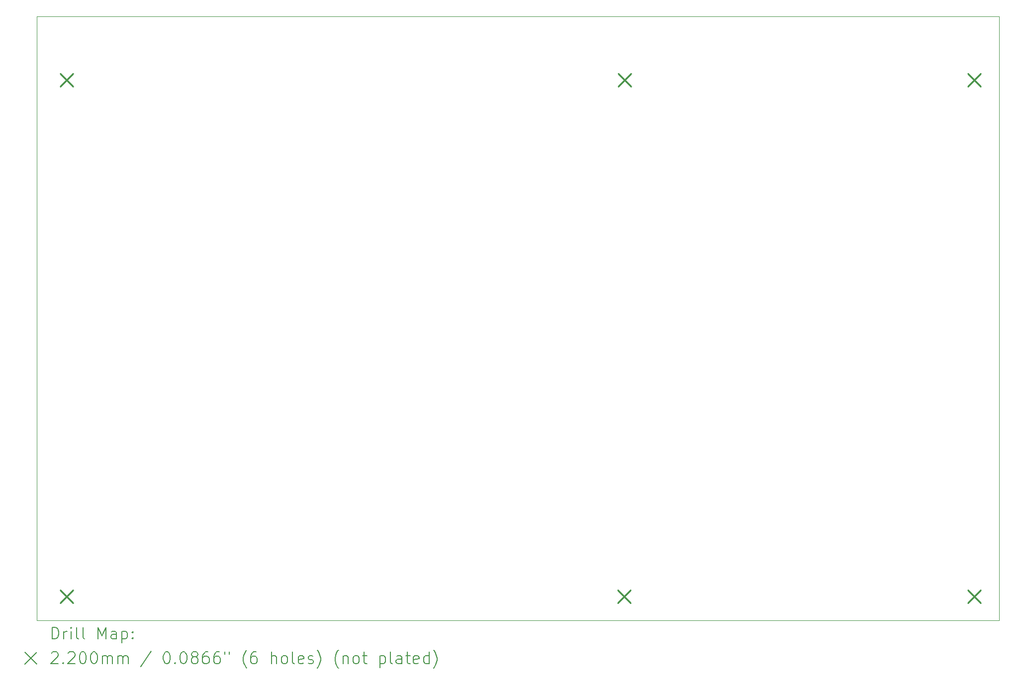
<source format=gbr>
%TF.GenerationSoftware,KiCad,Pcbnew,7.0.9*%
%TF.CreationDate,2024-10-14T21:49:45+02:00*%
%TF.ProjectId,unister,756e6973-7465-4722-9e6b-696361645f70,rev?*%
%TF.SameCoordinates,Original*%
%TF.FileFunction,Drillmap*%
%TF.FilePolarity,Positive*%
%FSLAX45Y45*%
G04 Gerber Fmt 4.5, Leading zero omitted, Abs format (unit mm)*
G04 Created by KiCad (PCBNEW 7.0.9) date 2024-10-14 21:49:45*
%MOMM*%
%LPD*%
G01*
G04 APERTURE LIST*
%ADD10C,0.100000*%
%ADD11C,0.200000*%
%ADD12C,0.220000*%
G04 APERTURE END LIST*
D10*
X6096000Y-4318000D02*
X22479000Y-4318000D01*
X22479000Y-14605000D01*
X6096000Y-14605000D01*
X6096000Y-4318000D01*
D11*
D12*
X6490000Y-5290000D02*
X6710000Y-5510000D01*
X6710000Y-5290000D02*
X6490000Y-5510000D01*
X6490000Y-14090000D02*
X6710000Y-14310000D01*
X6710000Y-14090000D02*
X6490000Y-14310000D01*
X15980000Y-14090000D02*
X16200000Y-14310000D01*
X16200000Y-14090000D02*
X15980000Y-14310000D01*
X15990000Y-5290000D02*
X16210000Y-5510000D01*
X16210000Y-5290000D02*
X15990000Y-5510000D01*
X21940000Y-5290000D02*
X22160000Y-5510000D01*
X22160000Y-5290000D02*
X21940000Y-5510000D01*
X21940000Y-14090000D02*
X22160000Y-14310000D01*
X22160000Y-14090000D02*
X21940000Y-14310000D01*
D11*
X6351777Y-14921484D02*
X6351777Y-14721484D01*
X6351777Y-14721484D02*
X6399396Y-14721484D01*
X6399396Y-14721484D02*
X6427967Y-14731008D01*
X6427967Y-14731008D02*
X6447015Y-14750055D01*
X6447015Y-14750055D02*
X6456539Y-14769103D01*
X6456539Y-14769103D02*
X6466062Y-14807198D01*
X6466062Y-14807198D02*
X6466062Y-14835769D01*
X6466062Y-14835769D02*
X6456539Y-14873865D01*
X6456539Y-14873865D02*
X6447015Y-14892912D01*
X6447015Y-14892912D02*
X6427967Y-14911960D01*
X6427967Y-14911960D02*
X6399396Y-14921484D01*
X6399396Y-14921484D02*
X6351777Y-14921484D01*
X6551777Y-14921484D02*
X6551777Y-14788150D01*
X6551777Y-14826246D02*
X6561301Y-14807198D01*
X6561301Y-14807198D02*
X6570824Y-14797674D01*
X6570824Y-14797674D02*
X6589872Y-14788150D01*
X6589872Y-14788150D02*
X6608920Y-14788150D01*
X6675586Y-14921484D02*
X6675586Y-14788150D01*
X6675586Y-14721484D02*
X6666062Y-14731008D01*
X6666062Y-14731008D02*
X6675586Y-14740531D01*
X6675586Y-14740531D02*
X6685110Y-14731008D01*
X6685110Y-14731008D02*
X6675586Y-14721484D01*
X6675586Y-14721484D02*
X6675586Y-14740531D01*
X6799396Y-14921484D02*
X6780348Y-14911960D01*
X6780348Y-14911960D02*
X6770824Y-14892912D01*
X6770824Y-14892912D02*
X6770824Y-14721484D01*
X6904158Y-14921484D02*
X6885110Y-14911960D01*
X6885110Y-14911960D02*
X6875586Y-14892912D01*
X6875586Y-14892912D02*
X6875586Y-14721484D01*
X7132729Y-14921484D02*
X7132729Y-14721484D01*
X7132729Y-14721484D02*
X7199396Y-14864341D01*
X7199396Y-14864341D02*
X7266062Y-14721484D01*
X7266062Y-14721484D02*
X7266062Y-14921484D01*
X7447015Y-14921484D02*
X7447015Y-14816722D01*
X7447015Y-14816722D02*
X7437491Y-14797674D01*
X7437491Y-14797674D02*
X7418443Y-14788150D01*
X7418443Y-14788150D02*
X7380348Y-14788150D01*
X7380348Y-14788150D02*
X7361301Y-14797674D01*
X7447015Y-14911960D02*
X7427967Y-14921484D01*
X7427967Y-14921484D02*
X7380348Y-14921484D01*
X7380348Y-14921484D02*
X7361301Y-14911960D01*
X7361301Y-14911960D02*
X7351777Y-14892912D01*
X7351777Y-14892912D02*
X7351777Y-14873865D01*
X7351777Y-14873865D02*
X7361301Y-14854817D01*
X7361301Y-14854817D02*
X7380348Y-14845293D01*
X7380348Y-14845293D02*
X7427967Y-14845293D01*
X7427967Y-14845293D02*
X7447015Y-14835769D01*
X7542253Y-14788150D02*
X7542253Y-14988150D01*
X7542253Y-14797674D02*
X7561301Y-14788150D01*
X7561301Y-14788150D02*
X7599396Y-14788150D01*
X7599396Y-14788150D02*
X7618443Y-14797674D01*
X7618443Y-14797674D02*
X7627967Y-14807198D01*
X7627967Y-14807198D02*
X7637491Y-14826246D01*
X7637491Y-14826246D02*
X7637491Y-14883388D01*
X7637491Y-14883388D02*
X7627967Y-14902436D01*
X7627967Y-14902436D02*
X7618443Y-14911960D01*
X7618443Y-14911960D02*
X7599396Y-14921484D01*
X7599396Y-14921484D02*
X7561301Y-14921484D01*
X7561301Y-14921484D02*
X7542253Y-14911960D01*
X7723205Y-14902436D02*
X7732729Y-14911960D01*
X7732729Y-14911960D02*
X7723205Y-14921484D01*
X7723205Y-14921484D02*
X7713682Y-14911960D01*
X7713682Y-14911960D02*
X7723205Y-14902436D01*
X7723205Y-14902436D02*
X7723205Y-14921484D01*
X7723205Y-14797674D02*
X7732729Y-14807198D01*
X7732729Y-14807198D02*
X7723205Y-14816722D01*
X7723205Y-14816722D02*
X7713682Y-14807198D01*
X7713682Y-14807198D02*
X7723205Y-14797674D01*
X7723205Y-14797674D02*
X7723205Y-14816722D01*
X5891000Y-15150000D02*
X6091000Y-15350000D01*
X6091000Y-15150000D02*
X5891000Y-15350000D01*
X6342253Y-15160531D02*
X6351777Y-15151008D01*
X6351777Y-15151008D02*
X6370824Y-15141484D01*
X6370824Y-15141484D02*
X6418443Y-15141484D01*
X6418443Y-15141484D02*
X6437491Y-15151008D01*
X6437491Y-15151008D02*
X6447015Y-15160531D01*
X6447015Y-15160531D02*
X6456539Y-15179579D01*
X6456539Y-15179579D02*
X6456539Y-15198627D01*
X6456539Y-15198627D02*
X6447015Y-15227198D01*
X6447015Y-15227198D02*
X6332729Y-15341484D01*
X6332729Y-15341484D02*
X6456539Y-15341484D01*
X6542253Y-15322436D02*
X6551777Y-15331960D01*
X6551777Y-15331960D02*
X6542253Y-15341484D01*
X6542253Y-15341484D02*
X6532729Y-15331960D01*
X6532729Y-15331960D02*
X6542253Y-15322436D01*
X6542253Y-15322436D02*
X6542253Y-15341484D01*
X6627967Y-15160531D02*
X6637491Y-15151008D01*
X6637491Y-15151008D02*
X6656539Y-15141484D01*
X6656539Y-15141484D02*
X6704158Y-15141484D01*
X6704158Y-15141484D02*
X6723205Y-15151008D01*
X6723205Y-15151008D02*
X6732729Y-15160531D01*
X6732729Y-15160531D02*
X6742253Y-15179579D01*
X6742253Y-15179579D02*
X6742253Y-15198627D01*
X6742253Y-15198627D02*
X6732729Y-15227198D01*
X6732729Y-15227198D02*
X6618443Y-15341484D01*
X6618443Y-15341484D02*
X6742253Y-15341484D01*
X6866062Y-15141484D02*
X6885110Y-15141484D01*
X6885110Y-15141484D02*
X6904158Y-15151008D01*
X6904158Y-15151008D02*
X6913682Y-15160531D01*
X6913682Y-15160531D02*
X6923205Y-15179579D01*
X6923205Y-15179579D02*
X6932729Y-15217674D01*
X6932729Y-15217674D02*
X6932729Y-15265293D01*
X6932729Y-15265293D02*
X6923205Y-15303388D01*
X6923205Y-15303388D02*
X6913682Y-15322436D01*
X6913682Y-15322436D02*
X6904158Y-15331960D01*
X6904158Y-15331960D02*
X6885110Y-15341484D01*
X6885110Y-15341484D02*
X6866062Y-15341484D01*
X6866062Y-15341484D02*
X6847015Y-15331960D01*
X6847015Y-15331960D02*
X6837491Y-15322436D01*
X6837491Y-15322436D02*
X6827967Y-15303388D01*
X6827967Y-15303388D02*
X6818443Y-15265293D01*
X6818443Y-15265293D02*
X6818443Y-15217674D01*
X6818443Y-15217674D02*
X6827967Y-15179579D01*
X6827967Y-15179579D02*
X6837491Y-15160531D01*
X6837491Y-15160531D02*
X6847015Y-15151008D01*
X6847015Y-15151008D02*
X6866062Y-15141484D01*
X7056539Y-15141484D02*
X7075586Y-15141484D01*
X7075586Y-15141484D02*
X7094634Y-15151008D01*
X7094634Y-15151008D02*
X7104158Y-15160531D01*
X7104158Y-15160531D02*
X7113682Y-15179579D01*
X7113682Y-15179579D02*
X7123205Y-15217674D01*
X7123205Y-15217674D02*
X7123205Y-15265293D01*
X7123205Y-15265293D02*
X7113682Y-15303388D01*
X7113682Y-15303388D02*
X7104158Y-15322436D01*
X7104158Y-15322436D02*
X7094634Y-15331960D01*
X7094634Y-15331960D02*
X7075586Y-15341484D01*
X7075586Y-15341484D02*
X7056539Y-15341484D01*
X7056539Y-15341484D02*
X7037491Y-15331960D01*
X7037491Y-15331960D02*
X7027967Y-15322436D01*
X7027967Y-15322436D02*
X7018443Y-15303388D01*
X7018443Y-15303388D02*
X7008920Y-15265293D01*
X7008920Y-15265293D02*
X7008920Y-15217674D01*
X7008920Y-15217674D02*
X7018443Y-15179579D01*
X7018443Y-15179579D02*
X7027967Y-15160531D01*
X7027967Y-15160531D02*
X7037491Y-15151008D01*
X7037491Y-15151008D02*
X7056539Y-15141484D01*
X7208920Y-15341484D02*
X7208920Y-15208150D01*
X7208920Y-15227198D02*
X7218443Y-15217674D01*
X7218443Y-15217674D02*
X7237491Y-15208150D01*
X7237491Y-15208150D02*
X7266063Y-15208150D01*
X7266063Y-15208150D02*
X7285110Y-15217674D01*
X7285110Y-15217674D02*
X7294634Y-15236722D01*
X7294634Y-15236722D02*
X7294634Y-15341484D01*
X7294634Y-15236722D02*
X7304158Y-15217674D01*
X7304158Y-15217674D02*
X7323205Y-15208150D01*
X7323205Y-15208150D02*
X7351777Y-15208150D01*
X7351777Y-15208150D02*
X7370824Y-15217674D01*
X7370824Y-15217674D02*
X7380348Y-15236722D01*
X7380348Y-15236722D02*
X7380348Y-15341484D01*
X7475586Y-15341484D02*
X7475586Y-15208150D01*
X7475586Y-15227198D02*
X7485110Y-15217674D01*
X7485110Y-15217674D02*
X7504158Y-15208150D01*
X7504158Y-15208150D02*
X7532729Y-15208150D01*
X7532729Y-15208150D02*
X7551777Y-15217674D01*
X7551777Y-15217674D02*
X7561301Y-15236722D01*
X7561301Y-15236722D02*
X7561301Y-15341484D01*
X7561301Y-15236722D02*
X7570824Y-15217674D01*
X7570824Y-15217674D02*
X7589872Y-15208150D01*
X7589872Y-15208150D02*
X7618443Y-15208150D01*
X7618443Y-15208150D02*
X7637491Y-15217674D01*
X7637491Y-15217674D02*
X7647015Y-15236722D01*
X7647015Y-15236722D02*
X7647015Y-15341484D01*
X8037491Y-15131960D02*
X7866063Y-15389103D01*
X8294634Y-15141484D02*
X8313682Y-15141484D01*
X8313682Y-15141484D02*
X8332729Y-15151008D01*
X8332729Y-15151008D02*
X8342253Y-15160531D01*
X8342253Y-15160531D02*
X8351777Y-15179579D01*
X8351777Y-15179579D02*
X8361301Y-15217674D01*
X8361301Y-15217674D02*
X8361301Y-15265293D01*
X8361301Y-15265293D02*
X8351777Y-15303388D01*
X8351777Y-15303388D02*
X8342253Y-15322436D01*
X8342253Y-15322436D02*
X8332729Y-15331960D01*
X8332729Y-15331960D02*
X8313682Y-15341484D01*
X8313682Y-15341484D02*
X8294634Y-15341484D01*
X8294634Y-15341484D02*
X8275586Y-15331960D01*
X8275586Y-15331960D02*
X8266063Y-15322436D01*
X8266063Y-15322436D02*
X8256539Y-15303388D01*
X8256539Y-15303388D02*
X8247015Y-15265293D01*
X8247015Y-15265293D02*
X8247015Y-15217674D01*
X8247015Y-15217674D02*
X8256539Y-15179579D01*
X8256539Y-15179579D02*
X8266063Y-15160531D01*
X8266063Y-15160531D02*
X8275586Y-15151008D01*
X8275586Y-15151008D02*
X8294634Y-15141484D01*
X8447015Y-15322436D02*
X8456539Y-15331960D01*
X8456539Y-15331960D02*
X8447015Y-15341484D01*
X8447015Y-15341484D02*
X8437491Y-15331960D01*
X8437491Y-15331960D02*
X8447015Y-15322436D01*
X8447015Y-15322436D02*
X8447015Y-15341484D01*
X8580348Y-15141484D02*
X8599396Y-15141484D01*
X8599396Y-15141484D02*
X8618444Y-15151008D01*
X8618444Y-15151008D02*
X8627968Y-15160531D01*
X8627968Y-15160531D02*
X8637491Y-15179579D01*
X8637491Y-15179579D02*
X8647015Y-15217674D01*
X8647015Y-15217674D02*
X8647015Y-15265293D01*
X8647015Y-15265293D02*
X8637491Y-15303388D01*
X8637491Y-15303388D02*
X8627968Y-15322436D01*
X8627968Y-15322436D02*
X8618444Y-15331960D01*
X8618444Y-15331960D02*
X8599396Y-15341484D01*
X8599396Y-15341484D02*
X8580348Y-15341484D01*
X8580348Y-15341484D02*
X8561301Y-15331960D01*
X8561301Y-15331960D02*
X8551777Y-15322436D01*
X8551777Y-15322436D02*
X8542253Y-15303388D01*
X8542253Y-15303388D02*
X8532729Y-15265293D01*
X8532729Y-15265293D02*
X8532729Y-15217674D01*
X8532729Y-15217674D02*
X8542253Y-15179579D01*
X8542253Y-15179579D02*
X8551777Y-15160531D01*
X8551777Y-15160531D02*
X8561301Y-15151008D01*
X8561301Y-15151008D02*
X8580348Y-15141484D01*
X8761301Y-15227198D02*
X8742253Y-15217674D01*
X8742253Y-15217674D02*
X8732729Y-15208150D01*
X8732729Y-15208150D02*
X8723206Y-15189103D01*
X8723206Y-15189103D02*
X8723206Y-15179579D01*
X8723206Y-15179579D02*
X8732729Y-15160531D01*
X8732729Y-15160531D02*
X8742253Y-15151008D01*
X8742253Y-15151008D02*
X8761301Y-15141484D01*
X8761301Y-15141484D02*
X8799396Y-15141484D01*
X8799396Y-15141484D02*
X8818444Y-15151008D01*
X8818444Y-15151008D02*
X8827968Y-15160531D01*
X8827968Y-15160531D02*
X8837491Y-15179579D01*
X8837491Y-15179579D02*
X8837491Y-15189103D01*
X8837491Y-15189103D02*
X8827968Y-15208150D01*
X8827968Y-15208150D02*
X8818444Y-15217674D01*
X8818444Y-15217674D02*
X8799396Y-15227198D01*
X8799396Y-15227198D02*
X8761301Y-15227198D01*
X8761301Y-15227198D02*
X8742253Y-15236722D01*
X8742253Y-15236722D02*
X8732729Y-15246246D01*
X8732729Y-15246246D02*
X8723206Y-15265293D01*
X8723206Y-15265293D02*
X8723206Y-15303388D01*
X8723206Y-15303388D02*
X8732729Y-15322436D01*
X8732729Y-15322436D02*
X8742253Y-15331960D01*
X8742253Y-15331960D02*
X8761301Y-15341484D01*
X8761301Y-15341484D02*
X8799396Y-15341484D01*
X8799396Y-15341484D02*
X8818444Y-15331960D01*
X8818444Y-15331960D02*
X8827968Y-15322436D01*
X8827968Y-15322436D02*
X8837491Y-15303388D01*
X8837491Y-15303388D02*
X8837491Y-15265293D01*
X8837491Y-15265293D02*
X8827968Y-15246246D01*
X8827968Y-15246246D02*
X8818444Y-15236722D01*
X8818444Y-15236722D02*
X8799396Y-15227198D01*
X9008920Y-15141484D02*
X8970825Y-15141484D01*
X8970825Y-15141484D02*
X8951777Y-15151008D01*
X8951777Y-15151008D02*
X8942253Y-15160531D01*
X8942253Y-15160531D02*
X8923206Y-15189103D01*
X8923206Y-15189103D02*
X8913682Y-15227198D01*
X8913682Y-15227198D02*
X8913682Y-15303388D01*
X8913682Y-15303388D02*
X8923206Y-15322436D01*
X8923206Y-15322436D02*
X8932729Y-15331960D01*
X8932729Y-15331960D02*
X8951777Y-15341484D01*
X8951777Y-15341484D02*
X8989872Y-15341484D01*
X8989872Y-15341484D02*
X9008920Y-15331960D01*
X9008920Y-15331960D02*
X9018444Y-15322436D01*
X9018444Y-15322436D02*
X9027968Y-15303388D01*
X9027968Y-15303388D02*
X9027968Y-15255769D01*
X9027968Y-15255769D02*
X9018444Y-15236722D01*
X9018444Y-15236722D02*
X9008920Y-15227198D01*
X9008920Y-15227198D02*
X8989872Y-15217674D01*
X8989872Y-15217674D02*
X8951777Y-15217674D01*
X8951777Y-15217674D02*
X8932729Y-15227198D01*
X8932729Y-15227198D02*
X8923206Y-15236722D01*
X8923206Y-15236722D02*
X8913682Y-15255769D01*
X9199396Y-15141484D02*
X9161301Y-15141484D01*
X9161301Y-15141484D02*
X9142253Y-15151008D01*
X9142253Y-15151008D02*
X9132729Y-15160531D01*
X9132729Y-15160531D02*
X9113682Y-15189103D01*
X9113682Y-15189103D02*
X9104158Y-15227198D01*
X9104158Y-15227198D02*
X9104158Y-15303388D01*
X9104158Y-15303388D02*
X9113682Y-15322436D01*
X9113682Y-15322436D02*
X9123206Y-15331960D01*
X9123206Y-15331960D02*
X9142253Y-15341484D01*
X9142253Y-15341484D02*
X9180349Y-15341484D01*
X9180349Y-15341484D02*
X9199396Y-15331960D01*
X9199396Y-15331960D02*
X9208920Y-15322436D01*
X9208920Y-15322436D02*
X9218444Y-15303388D01*
X9218444Y-15303388D02*
X9218444Y-15255769D01*
X9218444Y-15255769D02*
X9208920Y-15236722D01*
X9208920Y-15236722D02*
X9199396Y-15227198D01*
X9199396Y-15227198D02*
X9180349Y-15217674D01*
X9180349Y-15217674D02*
X9142253Y-15217674D01*
X9142253Y-15217674D02*
X9123206Y-15227198D01*
X9123206Y-15227198D02*
X9113682Y-15236722D01*
X9113682Y-15236722D02*
X9104158Y-15255769D01*
X9294634Y-15141484D02*
X9294634Y-15179579D01*
X9370825Y-15141484D02*
X9370825Y-15179579D01*
X9666063Y-15417674D02*
X9656539Y-15408150D01*
X9656539Y-15408150D02*
X9637491Y-15379579D01*
X9637491Y-15379579D02*
X9627968Y-15360531D01*
X9627968Y-15360531D02*
X9618444Y-15331960D01*
X9618444Y-15331960D02*
X9608920Y-15284341D01*
X9608920Y-15284341D02*
X9608920Y-15246246D01*
X9608920Y-15246246D02*
X9618444Y-15198627D01*
X9618444Y-15198627D02*
X9627968Y-15170055D01*
X9627968Y-15170055D02*
X9637491Y-15151008D01*
X9637491Y-15151008D02*
X9656539Y-15122436D01*
X9656539Y-15122436D02*
X9666063Y-15112912D01*
X9827968Y-15141484D02*
X9789872Y-15141484D01*
X9789872Y-15141484D02*
X9770825Y-15151008D01*
X9770825Y-15151008D02*
X9761301Y-15160531D01*
X9761301Y-15160531D02*
X9742253Y-15189103D01*
X9742253Y-15189103D02*
X9732730Y-15227198D01*
X9732730Y-15227198D02*
X9732730Y-15303388D01*
X9732730Y-15303388D02*
X9742253Y-15322436D01*
X9742253Y-15322436D02*
X9751777Y-15331960D01*
X9751777Y-15331960D02*
X9770825Y-15341484D01*
X9770825Y-15341484D02*
X9808920Y-15341484D01*
X9808920Y-15341484D02*
X9827968Y-15331960D01*
X9827968Y-15331960D02*
X9837491Y-15322436D01*
X9837491Y-15322436D02*
X9847015Y-15303388D01*
X9847015Y-15303388D02*
X9847015Y-15255769D01*
X9847015Y-15255769D02*
X9837491Y-15236722D01*
X9837491Y-15236722D02*
X9827968Y-15227198D01*
X9827968Y-15227198D02*
X9808920Y-15217674D01*
X9808920Y-15217674D02*
X9770825Y-15217674D01*
X9770825Y-15217674D02*
X9751777Y-15227198D01*
X9751777Y-15227198D02*
X9742253Y-15236722D01*
X9742253Y-15236722D02*
X9732730Y-15255769D01*
X10085111Y-15341484D02*
X10085111Y-15141484D01*
X10170825Y-15341484D02*
X10170825Y-15236722D01*
X10170825Y-15236722D02*
X10161301Y-15217674D01*
X10161301Y-15217674D02*
X10142253Y-15208150D01*
X10142253Y-15208150D02*
X10113682Y-15208150D01*
X10113682Y-15208150D02*
X10094634Y-15217674D01*
X10094634Y-15217674D02*
X10085111Y-15227198D01*
X10294634Y-15341484D02*
X10275587Y-15331960D01*
X10275587Y-15331960D02*
X10266063Y-15322436D01*
X10266063Y-15322436D02*
X10256539Y-15303388D01*
X10256539Y-15303388D02*
X10256539Y-15246246D01*
X10256539Y-15246246D02*
X10266063Y-15227198D01*
X10266063Y-15227198D02*
X10275587Y-15217674D01*
X10275587Y-15217674D02*
X10294634Y-15208150D01*
X10294634Y-15208150D02*
X10323206Y-15208150D01*
X10323206Y-15208150D02*
X10342253Y-15217674D01*
X10342253Y-15217674D02*
X10351777Y-15227198D01*
X10351777Y-15227198D02*
X10361301Y-15246246D01*
X10361301Y-15246246D02*
X10361301Y-15303388D01*
X10361301Y-15303388D02*
X10351777Y-15322436D01*
X10351777Y-15322436D02*
X10342253Y-15331960D01*
X10342253Y-15331960D02*
X10323206Y-15341484D01*
X10323206Y-15341484D02*
X10294634Y-15341484D01*
X10475587Y-15341484D02*
X10456539Y-15331960D01*
X10456539Y-15331960D02*
X10447015Y-15312912D01*
X10447015Y-15312912D02*
X10447015Y-15141484D01*
X10627968Y-15331960D02*
X10608920Y-15341484D01*
X10608920Y-15341484D02*
X10570825Y-15341484D01*
X10570825Y-15341484D02*
X10551777Y-15331960D01*
X10551777Y-15331960D02*
X10542253Y-15312912D01*
X10542253Y-15312912D02*
X10542253Y-15236722D01*
X10542253Y-15236722D02*
X10551777Y-15217674D01*
X10551777Y-15217674D02*
X10570825Y-15208150D01*
X10570825Y-15208150D02*
X10608920Y-15208150D01*
X10608920Y-15208150D02*
X10627968Y-15217674D01*
X10627968Y-15217674D02*
X10637492Y-15236722D01*
X10637492Y-15236722D02*
X10637492Y-15255769D01*
X10637492Y-15255769D02*
X10542253Y-15274817D01*
X10713682Y-15331960D02*
X10732730Y-15341484D01*
X10732730Y-15341484D02*
X10770825Y-15341484D01*
X10770825Y-15341484D02*
X10789873Y-15331960D01*
X10789873Y-15331960D02*
X10799396Y-15312912D01*
X10799396Y-15312912D02*
X10799396Y-15303388D01*
X10799396Y-15303388D02*
X10789873Y-15284341D01*
X10789873Y-15284341D02*
X10770825Y-15274817D01*
X10770825Y-15274817D02*
X10742253Y-15274817D01*
X10742253Y-15274817D02*
X10723206Y-15265293D01*
X10723206Y-15265293D02*
X10713682Y-15246246D01*
X10713682Y-15246246D02*
X10713682Y-15236722D01*
X10713682Y-15236722D02*
X10723206Y-15217674D01*
X10723206Y-15217674D02*
X10742253Y-15208150D01*
X10742253Y-15208150D02*
X10770825Y-15208150D01*
X10770825Y-15208150D02*
X10789873Y-15217674D01*
X10866063Y-15417674D02*
X10875587Y-15408150D01*
X10875587Y-15408150D02*
X10894634Y-15379579D01*
X10894634Y-15379579D02*
X10904158Y-15360531D01*
X10904158Y-15360531D02*
X10913682Y-15331960D01*
X10913682Y-15331960D02*
X10923206Y-15284341D01*
X10923206Y-15284341D02*
X10923206Y-15246246D01*
X10923206Y-15246246D02*
X10913682Y-15198627D01*
X10913682Y-15198627D02*
X10904158Y-15170055D01*
X10904158Y-15170055D02*
X10894634Y-15151008D01*
X10894634Y-15151008D02*
X10875587Y-15122436D01*
X10875587Y-15122436D02*
X10866063Y-15112912D01*
X11227968Y-15417674D02*
X11218444Y-15408150D01*
X11218444Y-15408150D02*
X11199396Y-15379579D01*
X11199396Y-15379579D02*
X11189872Y-15360531D01*
X11189872Y-15360531D02*
X11180349Y-15331960D01*
X11180349Y-15331960D02*
X11170825Y-15284341D01*
X11170825Y-15284341D02*
X11170825Y-15246246D01*
X11170825Y-15246246D02*
X11180349Y-15198627D01*
X11180349Y-15198627D02*
X11189872Y-15170055D01*
X11189872Y-15170055D02*
X11199396Y-15151008D01*
X11199396Y-15151008D02*
X11218444Y-15122436D01*
X11218444Y-15122436D02*
X11227968Y-15112912D01*
X11304158Y-15208150D02*
X11304158Y-15341484D01*
X11304158Y-15227198D02*
X11313682Y-15217674D01*
X11313682Y-15217674D02*
X11332730Y-15208150D01*
X11332730Y-15208150D02*
X11361301Y-15208150D01*
X11361301Y-15208150D02*
X11380349Y-15217674D01*
X11380349Y-15217674D02*
X11389872Y-15236722D01*
X11389872Y-15236722D02*
X11389872Y-15341484D01*
X11513682Y-15341484D02*
X11494634Y-15331960D01*
X11494634Y-15331960D02*
X11485111Y-15322436D01*
X11485111Y-15322436D02*
X11475587Y-15303388D01*
X11475587Y-15303388D02*
X11475587Y-15246246D01*
X11475587Y-15246246D02*
X11485111Y-15227198D01*
X11485111Y-15227198D02*
X11494634Y-15217674D01*
X11494634Y-15217674D02*
X11513682Y-15208150D01*
X11513682Y-15208150D02*
X11542253Y-15208150D01*
X11542253Y-15208150D02*
X11561301Y-15217674D01*
X11561301Y-15217674D02*
X11570825Y-15227198D01*
X11570825Y-15227198D02*
X11580349Y-15246246D01*
X11580349Y-15246246D02*
X11580349Y-15303388D01*
X11580349Y-15303388D02*
X11570825Y-15322436D01*
X11570825Y-15322436D02*
X11561301Y-15331960D01*
X11561301Y-15331960D02*
X11542253Y-15341484D01*
X11542253Y-15341484D02*
X11513682Y-15341484D01*
X11637492Y-15208150D02*
X11713682Y-15208150D01*
X11666063Y-15141484D02*
X11666063Y-15312912D01*
X11666063Y-15312912D02*
X11675587Y-15331960D01*
X11675587Y-15331960D02*
X11694634Y-15341484D01*
X11694634Y-15341484D02*
X11713682Y-15341484D01*
X11932730Y-15208150D02*
X11932730Y-15408150D01*
X11932730Y-15217674D02*
X11951777Y-15208150D01*
X11951777Y-15208150D02*
X11989873Y-15208150D01*
X11989873Y-15208150D02*
X12008920Y-15217674D01*
X12008920Y-15217674D02*
X12018444Y-15227198D01*
X12018444Y-15227198D02*
X12027968Y-15246246D01*
X12027968Y-15246246D02*
X12027968Y-15303388D01*
X12027968Y-15303388D02*
X12018444Y-15322436D01*
X12018444Y-15322436D02*
X12008920Y-15331960D01*
X12008920Y-15331960D02*
X11989873Y-15341484D01*
X11989873Y-15341484D02*
X11951777Y-15341484D01*
X11951777Y-15341484D02*
X11932730Y-15331960D01*
X12142253Y-15341484D02*
X12123206Y-15331960D01*
X12123206Y-15331960D02*
X12113682Y-15312912D01*
X12113682Y-15312912D02*
X12113682Y-15141484D01*
X12304158Y-15341484D02*
X12304158Y-15236722D01*
X12304158Y-15236722D02*
X12294634Y-15217674D01*
X12294634Y-15217674D02*
X12275587Y-15208150D01*
X12275587Y-15208150D02*
X12237492Y-15208150D01*
X12237492Y-15208150D02*
X12218444Y-15217674D01*
X12304158Y-15331960D02*
X12285111Y-15341484D01*
X12285111Y-15341484D02*
X12237492Y-15341484D01*
X12237492Y-15341484D02*
X12218444Y-15331960D01*
X12218444Y-15331960D02*
X12208920Y-15312912D01*
X12208920Y-15312912D02*
X12208920Y-15293865D01*
X12208920Y-15293865D02*
X12218444Y-15274817D01*
X12218444Y-15274817D02*
X12237492Y-15265293D01*
X12237492Y-15265293D02*
X12285111Y-15265293D01*
X12285111Y-15265293D02*
X12304158Y-15255769D01*
X12370825Y-15208150D02*
X12447015Y-15208150D01*
X12399396Y-15141484D02*
X12399396Y-15312912D01*
X12399396Y-15312912D02*
X12408920Y-15331960D01*
X12408920Y-15331960D02*
X12427968Y-15341484D01*
X12427968Y-15341484D02*
X12447015Y-15341484D01*
X12589873Y-15331960D02*
X12570825Y-15341484D01*
X12570825Y-15341484D02*
X12532730Y-15341484D01*
X12532730Y-15341484D02*
X12513682Y-15331960D01*
X12513682Y-15331960D02*
X12504158Y-15312912D01*
X12504158Y-15312912D02*
X12504158Y-15236722D01*
X12504158Y-15236722D02*
X12513682Y-15217674D01*
X12513682Y-15217674D02*
X12532730Y-15208150D01*
X12532730Y-15208150D02*
X12570825Y-15208150D01*
X12570825Y-15208150D02*
X12589873Y-15217674D01*
X12589873Y-15217674D02*
X12599396Y-15236722D01*
X12599396Y-15236722D02*
X12599396Y-15255769D01*
X12599396Y-15255769D02*
X12504158Y-15274817D01*
X12770825Y-15341484D02*
X12770825Y-15141484D01*
X12770825Y-15331960D02*
X12751777Y-15341484D01*
X12751777Y-15341484D02*
X12713682Y-15341484D01*
X12713682Y-15341484D02*
X12694634Y-15331960D01*
X12694634Y-15331960D02*
X12685111Y-15322436D01*
X12685111Y-15322436D02*
X12675587Y-15303388D01*
X12675587Y-15303388D02*
X12675587Y-15246246D01*
X12675587Y-15246246D02*
X12685111Y-15227198D01*
X12685111Y-15227198D02*
X12694634Y-15217674D01*
X12694634Y-15217674D02*
X12713682Y-15208150D01*
X12713682Y-15208150D02*
X12751777Y-15208150D01*
X12751777Y-15208150D02*
X12770825Y-15217674D01*
X12847015Y-15417674D02*
X12856539Y-15408150D01*
X12856539Y-15408150D02*
X12875587Y-15379579D01*
X12875587Y-15379579D02*
X12885111Y-15360531D01*
X12885111Y-15360531D02*
X12894634Y-15331960D01*
X12894634Y-15331960D02*
X12904158Y-15284341D01*
X12904158Y-15284341D02*
X12904158Y-15246246D01*
X12904158Y-15246246D02*
X12894634Y-15198627D01*
X12894634Y-15198627D02*
X12885111Y-15170055D01*
X12885111Y-15170055D02*
X12875587Y-15151008D01*
X12875587Y-15151008D02*
X12856539Y-15122436D01*
X12856539Y-15122436D02*
X12847015Y-15112912D01*
M02*

</source>
